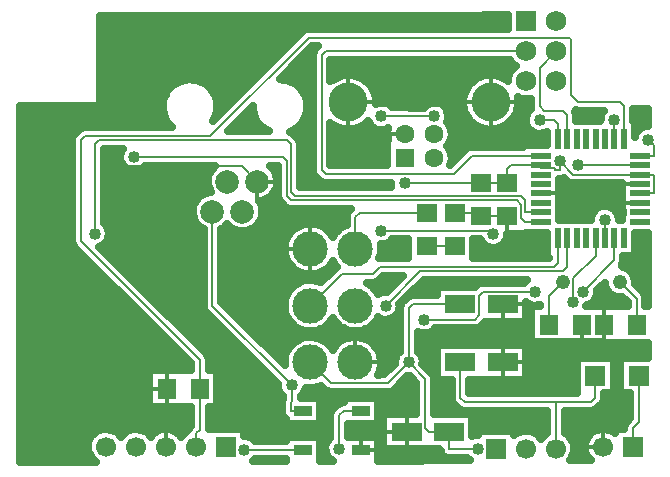
<source format=gbr>
G04 DipTrace 2.4.0.2*
%INTop.gbr*%
%MOIN*%
%ADD14C,0.006*%
%ADD15C,0.025*%
%ADD16C,0.013*%
%ADD19R,0.0669X0.0669*%
%ADD20C,0.0669*%
%ADD21R,0.063X0.0709*%
%ADD22R,0.0709X0.063*%
%ADD23R,0.1024X0.063*%
%ADD24R,0.0709X0.0661*%
%ADD26R,0.0689X0.0689*%
%ADD27C,0.0689*%
%ADD29C,0.1181*%
%ADD30C,0.0787*%
%ADD32R,0.0669X0.0197*%
%ADD33R,0.0197X0.0669*%
%ADD34R,0.0591X0.0354*%
%ADD35R,0.063X0.063*%
%ADD36C,0.063*%
%ADD37C,0.1299*%
%ADD38C,0.048*%
%ADD39C,0.04*%
%FSLAX44Y44*%
G04*
G70*
G90*
G75*
G01*
%LNTop*%
%LPD*%
X21828Y15775D2*
D14*
X22294D1*
X22433Y15636D1*
Y15132D1*
X19762Y4812D2*
X18812D1*
Y5375D1*
X15687Y11469D2*
Y12525D1*
X15826Y12664D1*
X18062D1*
X17336Y13664D2*
X19875D1*
X14187Y7687D2*
X14886Y6988D1*
X16765D1*
X17465Y7687D1*
Y9486D1*
X17604Y9625D1*
X19187D1*
X18812Y5375D2*
X18154D1*
X18015Y5513D1*
Y7136D1*
X17465Y7687D1*
X25189Y13950D2*
X25632D1*
Y13321D1*
X25189D1*
X22495Y14404D2*
X22949Y13950D1*
X25189D1*
X21882Y14265D2*
Y14174D1*
X22325D1*
Y14096D1*
X22495D1*
Y14404D1*
X20750Y13664D2*
Y14126D1*
X20889Y14265D1*
X21882D1*
X19875Y13664D2*
X20750D1*
X21375Y18062D2*
X14699D1*
X14560Y17923D1*
Y14112D1*
X14699Y13973D1*
X18969D1*
X19576Y14580D1*
X21882D1*
X22375Y18062D2*
X21828Y17515D1*
Y16223D1*
X21967Y16084D1*
X22609D1*
X22748Y15945D1*
Y15132D1*
X22948Y9710D2*
Y10498D1*
X23693Y11242D1*
Y11824D1*
X17991Y9116D2*
X19669D1*
X19808Y9255D1*
Y9909D1*
X19947Y10048D1*
X21677D1*
X20604Y9625D2*
Y7687D1*
X12424Y13717D2*
X11922Y14219D1*
X7812D1*
Y14650D1*
X25189Y13006D2*
X24353D1*
X24038Y13321D1*
X20604Y7687D2*
X21423D1*
X21562Y7826D1*
Y8474D1*
X23227D1*
X23960D1*
Y8937D1*
X19000Y12664D2*
X19875D1*
Y12562D1*
X20198Y16362D2*
X15458D1*
X9397Y6813D2*
Y6227D1*
X9750Y5875D1*
X9687D1*
X22487Y6812D2*
Y7687D1*
X22348Y7826D1*
X21562D1*
X23227Y8474D2*
Y8937D1*
X15866Y5317D2*
Y4763D1*
X17395Y5375D2*
Y5347D1*
X16500D1*
X16470Y5317D1*
X15866D1*
X24038Y13321D2*
X24353Y13635D1*
X25189D1*
X20750Y12562D2*
Y11912D1*
X20999Y11662D1*
X19875Y12562D2*
X20750D1*
X22495Y13351D2*
X23684D1*
X23714Y13321D1*
X24038D1*
X21882D2*
X22465D1*
X22495Y13351D1*
X22600Y10375D2*
X22125Y9900D1*
Y8937D1*
X25189Y14265D2*
X23113D1*
X24008Y11824D2*
Y12438D1*
X16556Y12083D2*
X20166D1*
X20281Y11968D1*
X18320Y15889D2*
X16556D1*
X14187Y9577D2*
X15238Y10628D1*
X16269D1*
X16504Y10862D1*
X22294D1*
X22433Y11001D1*
Y11824D1*
X23287Y10049D2*
X24323Y11085D1*
Y11824D1*
X24500Y10375D2*
X25062Y9812D1*
Y8937D1*
X25457Y15097D2*
X25632Y14921D1*
Y14580D1*
X25189D1*
X6999Y11976D2*
Y14959D1*
X7138Y15098D1*
X13405D1*
X13544Y14959D1*
Y13366D1*
X13683Y13227D1*
X21213D1*
X21352Y13088D1*
Y12691D1*
X21882D1*
X8312Y14528D2*
X13266D1*
X13405Y14389D1*
Y13227D1*
X13544Y13088D1*
X21074D1*
X21213Y12949D1*
Y12515D1*
X21352Y12376D1*
X21882D1*
X10375Y4875D2*
Y5318D1*
X10500Y5443D1*
Y6813D1*
Y7776D1*
X6551Y11725D1*
Y15098D1*
X6690Y15237D1*
X10857D1*
X14136Y18515D1*
X22816D1*
X22876Y18455D1*
Y16592D1*
X23094Y16374D1*
X24499D1*
X24638Y16235D1*
Y15132D1*
X16695Y9579D2*
X17840Y10723D1*
X22609D1*
X22748Y10862D1*
Y11824D1*
X15153Y4812D2*
Y5923D1*
X15292Y6062D1*
X15866D1*
X24323Y15132D2*
Y15775D1*
X11988Y4763D2*
X13937D1*
X22376Y4812D2*
Y6364D1*
X19326D1*
X19187Y6503D1*
Y7687D1*
X22376Y6364D2*
X23550D1*
X23689Y6503D1*
Y7250D1*
X13937Y6062D2*
X13533D1*
Y6347D1*
X13572Y6387D1*
Y6936D1*
X10924Y9584D1*
Y12717D1*
X19000Y11562D2*
X18062D1*
X24939Y4875D2*
Y5497D1*
X25137Y5696D1*
Y7250D1*
D39*
X21828Y15775D3*
X19762Y4812D3*
X17336Y13664D3*
X17465Y7687D3*
X22495Y14404D3*
X22948Y9710D3*
X21677Y10048D3*
X17991Y9116D3*
X7812Y14650D3*
X15866Y5317D3*
X20999Y11662D3*
X9687Y5875D3*
X22487Y6812D3*
X24038Y13321D3*
X22495Y13351D3*
X23113Y14265D3*
X24008Y12438D3*
X20281Y11968D3*
X16556Y12083D3*
Y15889D3*
X18320D3*
X23287Y10049D3*
X25457Y15097D3*
X6999Y11976D3*
X8312Y14528D3*
X16695Y9579D3*
X15153Y4812D3*
X24323Y15775D3*
X11988Y4763D3*
X13572Y6936D3*
X7214Y19003D2*
D15*
X20742D1*
X7214Y18754D2*
X13937D1*
X7214Y18505D2*
X13683D1*
X7214Y18257D2*
X13433D1*
X7214Y18008D2*
X13187D1*
X14069D2*
X14253D1*
X7214Y17759D2*
X12937D1*
X13823D2*
X14242D1*
X14882D2*
X20820D1*
X7214Y17511D2*
X12687D1*
X13573D2*
X14242D1*
X14882D2*
X20937D1*
X7214Y17262D2*
X12441D1*
X13323D2*
X14242D1*
X14882D2*
X15269D1*
X15647D2*
X20011D1*
X20385D2*
X20773D1*
X7214Y17013D2*
X9722D1*
X10628D2*
X12191D1*
X13628D2*
X14242D1*
X16124D2*
X19531D1*
X7214Y16765D2*
X9429D1*
X10917D2*
X11941D1*
X13917D2*
X14242D1*
X16303D2*
X19351D1*
X7214Y16516D2*
X9296D1*
X11053D2*
X11695D1*
X14053D2*
X14242D1*
X16385D2*
X19273D1*
X7151Y16267D2*
X9246D1*
X11100D2*
X11445D1*
X14100D2*
X14242D1*
X16850D2*
X18023D1*
X18616D2*
X19265D1*
X21132D2*
X21507D1*
X4524Y16018D2*
X9265D1*
X11081D2*
X11197D1*
X12081D2*
X12265D1*
X14081D2*
X14242D1*
X18792D2*
X19324D1*
X21069D2*
X21406D1*
X23057D2*
X23902D1*
X24956D2*
X25414D1*
X4524Y15770D2*
X9363D1*
X11831D2*
X12363D1*
X13987D2*
X14242D1*
X18796D2*
X19476D1*
X20921D2*
X21339D1*
X23069D2*
X23832D1*
X24956D2*
X25414D1*
X4524Y15521D2*
X6585D1*
X11585D2*
X12570D1*
X13776D2*
X14242D1*
X14882D2*
X15074D1*
X15843D2*
X16246D1*
X18878D2*
X19816D1*
X20581D2*
X21414D1*
X25026D2*
X25242D1*
X4524Y15272D2*
X6289D1*
X13675D2*
X14242D1*
X14882D2*
X16730D1*
X18925D2*
X22046D1*
X4524Y15024D2*
X6230D1*
X13858D2*
X14242D1*
X14882D2*
X16730D1*
X18858D2*
X22046D1*
X4524Y14775D2*
X6230D1*
X7319D2*
X7894D1*
X13866D2*
X14242D1*
X14882D2*
X16730D1*
X18858D2*
X19328D1*
X4524Y14526D2*
X6230D1*
X7319D2*
X7824D1*
X13866D2*
X14242D1*
X14882D2*
X16730D1*
X18925D2*
X19082D1*
X4524Y14278D2*
X6230D1*
X7319D2*
X7894D1*
X13866D2*
X14242D1*
X14882D2*
X16730D1*
X4524Y14029D2*
X6230D1*
X7319D2*
X10820D1*
X13866D2*
X14253D1*
X4524Y13780D2*
X6230D1*
X7319D2*
X10746D1*
X13866D2*
X14449D1*
X22507D2*
X22675D1*
X4524Y13532D2*
X6230D1*
X7319D2*
X10769D1*
X13866D2*
X16867D1*
X22507D2*
X24566D1*
X4524Y13283D2*
X6230D1*
X7319D2*
X10562D1*
X12944D2*
X13083D1*
X22507D2*
X24566D1*
X4524Y13034D2*
X6230D1*
X7319D2*
X10324D1*
X12526D2*
X13156D1*
X22507D2*
X24566D1*
X4524Y12786D2*
X6230D1*
X7319D2*
X10246D1*
X12604D2*
X15503D1*
X22507D2*
X23675D1*
X24343D2*
X24566D1*
X4524Y12537D2*
X6230D1*
X7319D2*
X10265D1*
X12581D2*
X15367D1*
X22507D2*
X23527D1*
X24487D2*
X24566D1*
X4524Y12288D2*
X6230D1*
X7370D2*
X10398D1*
X12448D2*
X13925D1*
X14448D2*
X15367D1*
X4524Y12039D2*
X6230D1*
X7483D2*
X10605D1*
X11245D2*
X13527D1*
X14846D2*
X15027D1*
X4524Y11791D2*
X6230D1*
X7452D2*
X10605D1*
X11245D2*
X13371D1*
X20737D2*
X22046D1*
X25026D2*
X25414D1*
X4524Y11542D2*
X6296D1*
X7190D2*
X10605D1*
X11245D2*
X13308D1*
X16565D2*
X17418D1*
X19643D2*
X20070D1*
X20491D2*
X22046D1*
X25026D2*
X25414D1*
X4524Y11293D2*
X6543D1*
X7425D2*
X10605D1*
X11245D2*
X13324D1*
X16550D2*
X17418D1*
X19643D2*
X22046D1*
X25026D2*
X25414D1*
X4524Y11045D2*
X6789D1*
X7675D2*
X10605D1*
X11245D2*
X13418D1*
X24639D2*
X25414D1*
X4524Y10796D2*
X7039D1*
X7921D2*
X10605D1*
X11245D2*
X13632D1*
X14745D2*
X14964D1*
X24803D2*
X25414D1*
X4524Y10547D2*
X7289D1*
X8171D2*
X10605D1*
X11245D2*
X14714D1*
X16632D2*
X17222D1*
X24999D2*
X25414D1*
X4524Y10299D2*
X7535D1*
X8421D2*
X10605D1*
X11245D2*
X13703D1*
X16175D2*
X16972D1*
X17858D2*
X19765D1*
X25022D2*
X25414D1*
X4524Y10050D2*
X7785D1*
X8667D2*
X10605D1*
X11245D2*
X13449D1*
X16425D2*
X16726D1*
X17608D2*
X18386D1*
X23776D2*
X24089D1*
X25264D2*
X25414D1*
X4524Y9801D2*
X8035D1*
X8917D2*
X10605D1*
X11245D2*
X13335D1*
X23706D2*
X24632D1*
X4524Y9553D2*
X8281D1*
X9167D2*
X10605D1*
X11397D2*
X13308D1*
X21405D2*
X21519D1*
X4524Y9304D2*
X8531D1*
X9413D2*
X10761D1*
X11647D2*
X13351D1*
X21405D2*
X21519D1*
X4524Y9055D2*
X8781D1*
X9663D2*
X11011D1*
X11893D2*
X13484D1*
X14889D2*
X14984D1*
X16389D2*
X17144D1*
X21405D2*
X21519D1*
X4524Y8807D2*
X9027D1*
X9913D2*
X11261D1*
X12143D2*
X13789D1*
X14585D2*
X15293D1*
X16081D2*
X17144D1*
X18362D2*
X21519D1*
X4524Y8558D2*
X9277D1*
X10159D2*
X11507D1*
X12393D2*
X17144D1*
X17784D2*
X21519D1*
X4524Y8309D2*
X9527D1*
X10409D2*
X11757D1*
X12639D2*
X13574D1*
X14800D2*
X15074D1*
X16300D2*
X17144D1*
X17784D2*
X25414D1*
X4524Y8060D2*
X9773D1*
X10659D2*
X12007D1*
X12889D2*
X13394D1*
X16483D2*
X17144D1*
X17784D2*
X18386D1*
X21405D2*
X25414D1*
X4524Y7812D2*
X10023D1*
X10819D2*
X12253D1*
X13139D2*
X13316D1*
X16557D2*
X16992D1*
X17936D2*
X18386D1*
X21405D2*
X23046D1*
X24335D2*
X24492D1*
X4524Y7563D2*
X10179D1*
X10819D2*
X12503D1*
X16557D2*
X16898D1*
X18030D2*
X18386D1*
X21405D2*
X23046D1*
X24335D2*
X24492D1*
X4524Y7314D2*
X8793D1*
X11104D2*
X12753D1*
X16479D2*
X16652D1*
X18276D2*
X18385D1*
X21405D2*
X23046D1*
X24335D2*
X24492D1*
X4524Y7066D2*
X8793D1*
X11104D2*
X13000D1*
X17284D2*
X17644D1*
X18335D2*
X18867D1*
X19507D2*
X23046D1*
X24335D2*
X24492D1*
X4524Y6817D2*
X8793D1*
X11104D2*
X13097D1*
X14046D2*
X14617D1*
X17038D2*
X17695D1*
X18335D2*
X18867D1*
X19507D2*
X23046D1*
X24335D2*
X24492D1*
X4524Y6568D2*
X8793D1*
X11104D2*
X13253D1*
X13893D2*
X17695D1*
X18335D2*
X18867D1*
X24010D2*
X24816D1*
X4524Y6320D2*
X8793D1*
X11104D2*
X13214D1*
X14522D2*
X15125D1*
X16452D2*
X17695D1*
X18335D2*
X18929D1*
X23944D2*
X24816D1*
X4524Y6071D2*
X10179D1*
X10819D2*
X13214D1*
X14522D2*
X14875D1*
X16452D2*
X17695D1*
X18335D2*
X19269D1*
X23604D2*
X24816D1*
X4524Y5822D2*
X10179D1*
X10819D2*
X13335D1*
X14522D2*
X14832D1*
X16452D2*
X16596D1*
X19612D2*
X22054D1*
X22694D2*
X24816D1*
X4524Y5574D2*
X10179D1*
X10819D2*
X14832D1*
X15471D2*
X16593D1*
X19612D2*
X22054D1*
X22694D2*
X24628D1*
X4524Y5325D2*
X6953D1*
X7796D2*
X7956D1*
X8796D2*
X8956D1*
X9796D2*
X9956D1*
X11999D2*
X14832D1*
X15471D2*
X16593D1*
X19612D2*
X19750D1*
X21714D2*
X22039D1*
X22714D2*
X23519D1*
X4524Y5076D2*
X6785D1*
X12358D2*
X13351D1*
X14522D2*
X14746D1*
X16452D2*
X16596D1*
X22940D2*
X23351D1*
X4524Y4828D2*
X6753D1*
X14522D2*
X14664D1*
X16452D2*
X16596D1*
X22999D2*
X23316D1*
X4524Y4579D2*
X6828D1*
X14522D2*
X14726D1*
X16452D2*
X18605D1*
X22952D2*
X23394D1*
X10795Y5474D2*
X11974D1*
Y5228D1*
X12047Y5224D1*
X12168Y5192D1*
X12275Y5129D1*
X12343Y5059D1*
X13375Y5058D1*
X13377Y5205D1*
X14497D1*
X14499Y4405D1*
X14925Y4406D1*
X14804Y4505D1*
X14735Y4609D1*
X14696Y4727D1*
X14690Y4851D1*
X14717Y4973D1*
X14775Y5083D1*
X14858Y5171D1*
Y5923D1*
X14886Y6047D1*
X14945Y6132D1*
X15084Y6271D1*
X15192Y6339D1*
X15292Y6357D1*
X15304D1*
X15306Y6504D1*
X16426D1*
Y5620D1*
X15446D1*
X15448Y5208D1*
X15556Y5205D1*
X16426D1*
Y4410D1*
X19508Y4424D1*
X19407Y4515D1*
X18812Y4517D1*
X18691Y4543D1*
X18591Y4617D1*
X18530Y4729D1*
X18521Y4762D1*
X18464Y4795D1*
X18035Y4799D1*
X18046Y4795D1*
X16618D1*
Y5954D1*
X17720D1*
X17718Y7016D1*
X17511Y7223D1*
X17418Y7227D1*
X16974Y6779D1*
X16866Y6711D1*
X16765Y6693D1*
X14886D1*
X14762Y6721D1*
X14678Y6779D1*
X14548Y6909D1*
X14403Y6859D1*
X14281Y6837D1*
X14156Y6832D1*
X14028Y6847D1*
X13972Y6698D1*
X13894Y6600D1*
X13866Y6580D1*
X13867Y6502D1*
X14497Y6504D1*
Y5620D1*
X13377D1*
Y5811D1*
X13312Y5867D1*
X13251Y5979D1*
X13238Y6062D1*
Y6347D1*
X13264Y6468D1*
X13277Y6512D1*
Y6578D1*
X13223Y6629D1*
X13154Y6732D1*
X13115Y6851D1*
X13110Y6979D1*
X10716Y9375D1*
X10648Y9483D1*
X10629Y9584D1*
Y12127D1*
X10497Y12216D1*
X10410Y12305D1*
X10341Y12410D1*
X10294Y12525D1*
X10269Y12648D1*
X10268Y12772D1*
X10290Y12895D1*
X10335Y13012D1*
X10402Y13117D1*
X10487Y13209D1*
X10587Y13282D1*
X10700Y13336D1*
X10864Y13370D1*
X10794Y13525D1*
X10769Y13648D1*
X10768Y13772D1*
X10790Y13895D1*
X10835Y14012D1*
X10902Y14117D1*
X11021Y14234D1*
X8669Y14233D1*
X8634Y14192D1*
X8533Y14119D1*
X8416Y14075D1*
X8292Y14063D1*
X8170Y14085D1*
X8057Y14139D1*
X7963Y14221D1*
X7894Y14324D1*
X7855Y14443D1*
X7849Y14567D1*
X7876Y14689D1*
X7937Y14802D1*
X7292Y14803D1*
X7294Y12459D1*
Y12338D1*
X7373Y12253D1*
X7433Y12144D1*
X7464Y11976D1*
X7448Y11853D1*
X7399Y11738D1*
X7321Y11641D1*
X7220Y11567D1*
X7151Y11541D1*
X10708Y7985D1*
X10776Y7877D1*
X10795Y7776D1*
Y7432D1*
X11080D1*
Y6193D1*
X10795Y6188D1*
Y5477D1*
X9874Y5202D2*
X9966Y5313D1*
X10090Y5400D1*
X10108Y5443D1*
X10205Y5566D1*
Y6193D1*
X9920Y6197D1*
X9902Y6193D1*
X8818D1*
Y7432D1*
X10205D1*
X10203Y7656D1*
X6343Y11516D1*
X6275Y11624D1*
X6256Y11725D1*
Y15098D1*
X6285Y15222D1*
X6343Y15307D1*
X6482Y15446D1*
X6590Y15514D1*
X6690Y15532D1*
X9585D1*
X9456Y15666D1*
X9387Y15770D1*
X9333Y15882D1*
X9295Y16001D1*
X9274Y16124D1*
X9270Y16249D1*
X9283Y16373D1*
X9313Y16495D1*
X9360Y16611D1*
X9422Y16719D1*
X9498Y16818D1*
X9587Y16905D1*
X9688Y16979D1*
X9798Y17039D1*
X9914Y17083D1*
X10036Y17111D1*
X10161Y17121D1*
X10285Y17114D1*
X10408Y17090D1*
X10526Y17050D1*
X10638Y16993D1*
X10740Y16922D1*
X10832Y16837D1*
X10911Y16741D1*
X10976Y16634D1*
X11026Y16520D1*
X11060Y16399D1*
X11079Y16216D1*
X11070Y16092D1*
X11044Y15970D1*
X11002Y15852D1*
X10942Y15738D1*
X13927Y18724D1*
X14035Y18792D1*
X14136Y18810D1*
X20765D1*
Y19253D1*
X19001Y19251D1*
X7187D1*
Y16376D1*
X7126Y16271D1*
X7062Y16251D1*
X4499D1*
Y4372D1*
X5874Y4379D1*
X7034Y4383D1*
X6978Y4425D1*
X6894Y4517D1*
X6830Y4624D1*
X6790Y4742D1*
X6775Y4866D1*
X6787Y4991D1*
X6823Y5110D1*
X6884Y5219D1*
X6966Y5313D1*
X7065Y5388D1*
X7178Y5441D1*
X7300Y5470D1*
X7424Y5472D1*
X7547Y5449D1*
X7662Y5401D1*
X7765Y5330D1*
X7851Y5240D1*
X7873Y5203D1*
X7966Y5313D1*
X8065Y5388D1*
X8178Y5441D1*
X8300Y5470D1*
X8424Y5472D1*
X8547Y5449D1*
X8662Y5401D1*
X8765Y5330D1*
X8851Y5240D1*
X8873Y5203D1*
X8948Y5296D1*
X9044Y5375D1*
X9155Y5433D1*
X9275Y5466D1*
X9399Y5474D1*
X9523Y5456D1*
X9640Y5413D1*
X9746Y5346D1*
X9835Y5259D1*
X9875Y5206D1*
X24607Y9556D2*
X24767Y9562D1*
X24765Y9692D1*
X24580Y9877D1*
X24418Y9876D1*
X24298Y9911D1*
X24191Y9975D1*
X24102Y10063D1*
X24038Y10169D1*
X24002Y10289D1*
X23999Y10347D1*
X23750Y10094D1*
X23735Y9925D1*
X23686Y9811D1*
X23609Y9713D1*
X23508Y9640D1*
X23402Y9600D1*
X23383Y9555D1*
X23807D1*
X24607Y9556D1*
X25443Y8318D2*
X24482Y8322D1*
X24465Y8318D1*
X21545D1*
Y9556D1*
X21829Y9562D1*
Y9613D1*
X21781Y9595D1*
X21657Y9584D1*
X21534Y9606D1*
X21422Y9659D1*
X21384Y9693D1*
X21381Y9404D1*
Y9045D1*
X20015D1*
X19877Y8908D1*
X19769Y8840D1*
X19669Y8821D1*
X18352D1*
X18313Y8781D1*
X18212Y8707D1*
X18095Y8663D1*
X17971Y8652D1*
X17849Y8674D1*
X17761Y8716D1*
X17760Y8044D1*
X17839Y7964D1*
X17899Y7854D1*
X17930Y7687D1*
X17924Y7645D1*
X18224Y7345D1*
X18292Y7237D1*
X18310Y7136D1*
Y5953D1*
X19589Y5954D1*
Y5247D1*
X19697Y5273D1*
X19779D1*
X19776Y5412D1*
X20975D1*
Y5260D1*
X21066Y5326D1*
X21179Y5379D1*
X21301Y5407D1*
X21425Y5410D1*
X21548Y5387D1*
X21663Y5339D1*
X21766Y5268D1*
X21852Y5177D1*
X21874Y5141D1*
X21967Y5251D1*
X22084Y5334D1*
X22081Y6066D1*
X20876Y6069D1*
X19326D1*
X19202Y6098D1*
X19117Y6156D1*
X18978Y6295D1*
X18910Y6403D1*
X18892Y6503D1*
Y7109D1*
X18410Y7107D1*
Y8267D1*
X19964Y8263D1*
X19953Y8267D1*
X21381D1*
Y7107D1*
X19483D1*
X19482Y6660D1*
X23067Y6659D1*
X23069Y7846D1*
X24308D1*
Y6654D1*
X23984D1*
Y6503D1*
X23955Y6379D1*
X23897Y6295D1*
X23758Y6156D1*
X23650Y6088D1*
X23550Y6069D1*
X22671D1*
Y5337D1*
X22766Y5268D1*
X22852Y5177D1*
X22917Y5071D1*
X22959Y4953D1*
X22975Y4812D1*
X22962Y4688D1*
X22924Y4570D1*
X22862Y4461D1*
X22833Y4429D1*
X23534Y4431D1*
X23443Y4537D1*
X23384Y4647D1*
X23349Y4767D1*
X23339Y4891D1*
X23356Y5015D1*
X23397Y5133D1*
X23463Y5239D1*
X23548Y5330D1*
X23651Y5401D1*
X23766Y5449D1*
X23888Y5472D1*
X24013Y5470D1*
X24135Y5442D1*
X24248Y5389D1*
X24340Y5320D1*
X24339Y5474D1*
X24640D1*
X24672Y5621D1*
X24730Y5706D1*
X24842Y5821D1*
Y6653D1*
X24518Y6654D1*
Y7846D1*
X25436D1*
X25439Y8316D1*
X21369Y12013D2*
Y11982D1*
X20745D1*
X20729Y11845D1*
X20680Y11730D1*
X20602Y11633D1*
X20502Y11559D1*
X20385Y11515D1*
X20261Y11504D1*
X20138Y11526D1*
X20026Y11579D1*
X19932Y11661D1*
X19854Y11791D1*
X19615Y11788D1*
X19619Y11392D1*
Y11154D1*
X19879Y11157D1*
X22140D1*
X22070Y11225D1*
Y12010D1*
X21368Y12012D1*
X17443Y11158D2*
Y11791D1*
X16912Y11788D1*
X16878Y11748D1*
X16777Y11674D1*
X16661Y11630D1*
X16525Y11621D1*
X16542Y11469D1*
X16533Y11344D1*
X16506Y11222D1*
X16480Y11153D1*
X16754Y11157D1*
X17445D1*
X21031Y17562D2*
X20989Y17590D1*
X20901Y17679D1*
X20843Y17767D1*
X14855D1*
Y17052D1*
X14995Y17151D1*
X15130Y17216D1*
X15274Y17258D1*
X15423Y17276D1*
X15573Y17269D1*
X15719Y17238D1*
X15859Y17184D1*
X15988Y17107D1*
X16102Y17011D1*
X16200Y16897D1*
X16277Y16769D1*
X16332Y16629D1*
X16364Y16483D1*
X16372Y16337D1*
X16371Y16315D1*
X16491Y16349D1*
X16615Y16350D1*
X16736Y16318D1*
X16843Y16255D1*
X16911Y16185D1*
X17959Y16184D1*
X18028Y16251D1*
X18134Y16315D1*
X18254Y16349D1*
X18379Y16350D1*
X18499Y16318D1*
X18607Y16255D1*
X18694Y16166D1*
X18754Y16056D1*
X18785Y15889D1*
X18768Y15765D1*
X18739Y15697D1*
X18839Y15554D1*
X18882Y15437D1*
X18900Y15295D1*
X18886Y15171D1*
X18847Y15053D1*
X18783Y14946D1*
X18743Y14903D1*
X18839Y14767D1*
X18882Y14650D1*
X18900Y14508D1*
X18886Y14384D1*
X18848Y14269D1*
X19367Y14789D1*
X19475Y14857D1*
X19576Y14875D1*
X21283D1*
X21282Y14944D1*
X22067D1*
X22070Y15380D1*
X21932Y15322D1*
X21808Y15310D1*
X21685Y15332D1*
X21573Y15386D1*
X21479Y15468D1*
X21410Y15571D1*
X21371Y15690D1*
X21365Y15814D1*
X21392Y15936D1*
X21450Y16046D1*
X21546Y16143D1*
X21533Y16223D1*
Y16477D1*
X21457Y16458D1*
X21332Y16454D1*
X21209Y16476D1*
X21097Y16520D1*
X21111Y16408D1*
X21107Y16262D1*
X21078Y16115D1*
X21026Y15975D1*
X20952Y15845D1*
X20857Y15729D1*
X20745Y15629D1*
X20618Y15550D1*
X20480Y15492D1*
X20334Y15458D1*
X20184Y15448D1*
X20035Y15462D1*
X19890Y15501D1*
X19754Y15563D1*
X19629Y15646D1*
X19520Y15748D1*
X19429Y15867D1*
X19358Y15999D1*
X19310Y16141D1*
X19286Y16289D1*
X19287Y16439D1*
X19311Y16587D1*
X19360Y16729D1*
X19431Y16860D1*
X19523Y16979D1*
X19632Y17081D1*
X19757Y17164D1*
X19894Y17225D1*
X20039Y17263D1*
X20188Y17277D1*
X20338Y17266D1*
X20483Y17231D1*
X20621Y17173D1*
X20748Y17093D1*
X20766Y17079D1*
X20771Y17147D1*
X20801Y17268D1*
X20855Y17381D1*
X20931Y17480D1*
X21029Y17563D1*
X16087Y10332D2*
X16234Y10236D1*
X16324Y10150D1*
X16400Y10051D1*
X16444Y9973D1*
X16510Y10005D1*
X16630Y10039D1*
X16743Y10040D1*
X17268Y10569D1*
X16624Y10565D1*
X16478Y10420D1*
X16370Y10352D1*
X16269Y10333D1*
X16094D1*
X14070Y16092D2*
X14044Y15970D1*
X14002Y15852D1*
X13944Y15742D1*
X13871Y15640D1*
X13785Y15549D1*
X13688Y15472D1*
X13580Y15408D1*
X13504Y15376D1*
X13574Y15340D1*
X13753Y15168D1*
X13821Y15060D1*
X13839Y14959D1*
Y13525D1*
X14808Y13522D1*
X16890D1*
X16874Y13676D1*
X14699Y13678D1*
X14575Y13707D1*
X14491Y13765D1*
X14352Y13904D1*
X14284Y14012D1*
X14265Y14112D1*
Y17923D1*
X14294Y18047D1*
X14352Y18132D1*
X14442Y18222D1*
X14256Y18218D1*
X13161Y17121D1*
X13285Y17114D1*
X13408Y17090D1*
X13526Y17050D1*
X13638Y16993D1*
X13740Y16922D1*
X13832Y16837D1*
X13911Y16741D1*
X13976Y16634D1*
X14026Y16520D1*
X14060Y16399D1*
X14079Y16216D1*
X14070Y16092D1*
X12806Y15392D2*
X12739Y15423D1*
X12634Y15491D1*
X12539Y15572D1*
X12456Y15666D1*
X12387Y15770D1*
X12333Y15882D1*
X12295Y16001D1*
X12274Y16124D1*
X12271Y16230D1*
X11430Y15393D1*
X12798D1*
X25441Y12012D2*
X25003D1*
X25001Y11225D1*
X24614D1*
X24618Y11085D1*
X24589Y10960D1*
X24564Y10914D1*
X24619Y10865D1*
X24736Y10821D1*
X24838Y10749D1*
X24919Y10655D1*
X24975Y10544D1*
X25004Y10375D1*
X24994Y10293D1*
X25271Y10021D1*
X25339Y9913D1*
X25357Y9812D1*
Y9556D1*
X25439Y9562D1*
Y12012D1*
X24589Y12422D2*
X24593Y12739D1*
X24589Y12792D1*
Y13656D1*
X22949Y13655D1*
X22825Y13684D1*
X22740Y13742D1*
X22644Y13839D1*
X22516Y13801D1*
X22485D1*
X22481Y13272D1*
Y12426D1*
X23111Y12424D1*
X23542D1*
X23545Y12477D1*
X23572Y12599D1*
X23630Y12709D1*
X23716Y12800D1*
X23822Y12864D1*
X23942Y12898D1*
X24067Y12899D1*
X24187Y12867D1*
X24295Y12804D1*
X24381Y12714D1*
X24442Y12605D1*
X24473Y12438D1*
X24471Y12426D1*
X24588Y12424D1*
X24589Y13054D1*
Y13654D1*
X24934Y15731D2*
X25001D1*
Y15188D1*
X25021Y15258D1*
X25079Y15368D1*
X25165Y15458D1*
X25271Y15523D1*
X25391Y15557D1*
X25439Y15562D1*
Y16126D1*
X24935D1*
X24933Y15731D1*
X23042D2*
X23741Y15727D1*
X23857Y15731D1*
X23859Y15814D1*
X23887Y15936D1*
X23945Y16046D1*
X23974Y16077D1*
X23090Y16079D1*
X23036Y16085D1*
X23024Y16045D1*
X23043Y15945D1*
Y15730D1*
X23426Y15727D1*
X23829Y15731D1*
X23769D1*
X22481Y13802D2*
X22477Y13587D1*
X22481Y13534D1*
Y12642D1*
Y12423D1*
X22796Y12420D1*
X23200Y12424D1*
X23426Y12420D1*
X23544Y12424D1*
X23454D1*
X13377Y4403D2*
Y4465D1*
X13378Y4401D1*
X13312Y4468D1*
X12347D1*
X12269Y4397D1*
X13374Y4401D1*
X16756Y14268D2*
Y15088D1*
X16791D1*
X16760Y15224D1*
X16758Y15348D1*
X16783Y15471D1*
X16788Y15486D1*
X16661Y15436D1*
X16537Y15424D1*
X16414Y15446D1*
X16301Y15500D1*
X16207Y15582D1*
X16138Y15686D1*
X16122Y15734D1*
X16005Y15629D1*
X15878Y15550D1*
X15740Y15492D1*
X15594Y15458D1*
X15444Y15448D1*
X15295Y15462D1*
X15150Y15501D1*
X15014Y15563D1*
X14889Y15646D1*
X14855Y15673D1*
Y14271D1*
X16758Y14268D1*
X17345Y9783D2*
X17395Y9833D1*
X17503Y9901D1*
X17604Y9920D1*
X18410D1*
Y10204D1*
X19687Y10206D1*
X19738Y10257D1*
X19846Y10325D1*
X19947Y10343D1*
X21318D1*
X21414Y10428D1*
X17960Y10426D1*
X17156Y9623D1*
X17198Y9610D1*
X17160Y9579D1*
X17143Y9455D1*
X17095Y9341D1*
X17017Y9243D1*
X16916Y9170D1*
X16800Y9126D1*
X16676Y9114D1*
X16553Y9136D1*
X16444Y9188D1*
X16400Y9107D1*
X16324Y9008D1*
X16234Y8921D1*
X16133Y8849D1*
X16022Y8791D1*
X15903Y8751D1*
X15781Y8728D1*
X15656Y8724D1*
X15532Y8737D1*
X15411Y8769D1*
X15296Y8818D1*
X15189Y8883D1*
X15093Y8963D1*
X15010Y9056D1*
X14939Y9164D1*
X14824Y9006D1*
X14734Y8919D1*
X14633Y8847D1*
X14522Y8789D1*
X14403Y8749D1*
X14281Y8726D1*
X14156Y8722D1*
X14032Y8736D1*
X13911Y8767D1*
X13796Y8816D1*
X13689Y8881D1*
X13593Y8961D1*
X13510Y9054D1*
X13441Y9158D1*
X13388Y9271D1*
X13352Y9391D1*
X13334Y9514D1*
Y9639D1*
X13352Y9763D1*
X13388Y9882D1*
X13441Y9995D1*
X13510Y10100D1*
X13593Y10193D1*
X13689Y10272D1*
X13796Y10338D1*
X13911Y10386D1*
X14032Y10418D1*
X14156Y10432D1*
X14280Y10427D1*
X14403Y10404D1*
X14546Y10352D1*
X15072Y10872D1*
X15010Y10946D1*
X14939Y11053D1*
X14841Y10915D1*
X14734Y10809D1*
X14611Y10724D1*
X14475Y10661D1*
X14330Y10623D1*
X14181Y10611D1*
X14032Y10625D1*
X13887Y10665D1*
X13752Y10730D1*
X13630Y10817D1*
X13525Y10924D1*
X13441Y11048D1*
X13379Y11184D1*
X13343Y11330D1*
X13332Y11479D1*
X13347Y11628D1*
X13388Y11772D1*
X13454Y11907D1*
X13542Y12028D1*
X13649Y12132D1*
X13774Y12216D1*
X13911Y12276D1*
X14056Y12312D1*
X14206Y12322D1*
X14355Y12305D1*
X14498Y12263D1*
X14633Y12197D1*
X14753Y12108D1*
X14856Y11999D1*
X14936Y11879D1*
X15010Y11991D1*
X15093Y12084D1*
X15189Y12164D1*
X15296Y12229D1*
X15393Y12270D1*
X15392Y12525D1*
X15420Y12650D1*
X15478Y12734D1*
X15536Y12792D1*
X13544Y12793D1*
X13420Y12822D1*
X13336Y12880D1*
X13197Y13019D1*
X13129Y13127D1*
X13110Y13227D1*
Y14231D1*
X12837Y14230D1*
X12927Y14143D1*
X12998Y14040D1*
X13049Y13926D1*
X13077Y13805D1*
X13081Y13667D1*
X13060Y13544D1*
X13016Y13427D1*
X12950Y13320D1*
X12866Y13228D1*
X12766Y13154D1*
X12654Y13099D1*
X12533Y13067D1*
X12486Y13061D1*
X12531Y12973D1*
X12568Y12854D1*
X12583Y12717D1*
X12571Y12592D1*
X12536Y12472D1*
X12479Y12361D1*
X12402Y12263D1*
X12308Y12181D1*
X12200Y12118D1*
X12082Y12077D1*
X11959Y12059D1*
X11834Y12064D1*
X11713Y12093D1*
X11599Y12144D1*
X11497Y12216D1*
X11423Y12291D1*
X11308Y12181D1*
X11217Y12128D1*
X11219Y10842D1*
X11221Y9704D1*
X13340Y7586D1*
X13334Y7749D1*
X13352Y7873D1*
X13388Y7993D1*
X13441Y8106D1*
X13510Y8210D1*
X13593Y8303D1*
X13689Y8383D1*
X13796Y8448D1*
X13911Y8497D1*
X14032Y8528D1*
X14156Y8542D1*
X14280Y8537D1*
X14403Y8515D1*
X14522Y8474D1*
X14633Y8417D1*
X14734Y8345D1*
X14824Y8258D1*
X14900Y8159D1*
X14937Y8094D1*
X14980Y8171D1*
X15075Y8287D1*
X15189Y8385D1*
X15318Y8461D1*
X15458Y8513D1*
X15606Y8541D1*
X15756Y8542D1*
X15903Y8517D1*
X16044Y8466D1*
X16174Y8392D1*
X16290Y8296D1*
X16386Y8182D1*
X16462Y8052D1*
X16513Y7911D1*
X16539Y7764D1*
Y7614D1*
X16513Y7467D1*
X16462Y7326D1*
X16439Y7282D1*
X16645Y7285D1*
X17001Y7641D1*
X17002Y7726D1*
X17029Y7848D1*
X17087Y7958D1*
X17170Y8046D1*
Y9486D1*
X17196Y9607D1*
X9375Y5474D2*
D16*
Y4875D1*
X23960Y9556D2*
Y8318D1*
X23227Y8937D2*
Y8318D1*
X20750Y12562D2*
Y11983D1*
X17395Y5954D2*
Y4795D1*
X16618Y5375D2*
X17395D1*
X20604Y9625D2*
Y9045D1*
Y9625D2*
X21381D1*
X20604Y8266D2*
Y7108D1*
Y7687D2*
X21381D1*
X14187Y12322D2*
Y10612D1*
X13332Y11467D2*
X14187D1*
X15687Y8544D2*
Y7689D1*
X16542D1*
X23939Y5474D2*
Y4875D1*
X23340D2*
X23939D1*
X9397Y7431D2*
Y6194D1*
X8818Y6813D2*
X9397D1*
X12424Y13717D2*
Y13058D1*
Y13717D2*
X13082D1*
X24590Y13006D2*
X25189D1*
X24590Y13635D2*
X25189D1*
X21882Y13321D2*
X22481D1*
X15866Y5204D2*
Y4763D1*
X16426D1*
X16756Y15295D2*
X17336D1*
X20198Y17276D2*
Y15448D1*
X19284Y16362D2*
X21112D1*
X15458Y17276D2*
Y15448D1*
Y16362D2*
X16372D1*
D19*
X11375Y4875D3*
D20*
X10375D3*
X9375D3*
X8375D3*
X7375D3*
D21*
X25062Y8937D3*
X23960D3*
X22125D3*
X23227D3*
D22*
X20750Y12562D3*
Y13664D3*
D23*
X18812Y5375D3*
X17395D3*
D22*
X19875Y12562D3*
Y13664D3*
D23*
X19187Y9625D3*
X20604D3*
X19187Y7687D3*
X20604D3*
D24*
X23689Y7250D3*
X25137D3*
D22*
X18062Y11562D3*
Y12664D3*
D26*
X21375Y19062D3*
D27*
Y18062D3*
Y17062D3*
X22375D3*
Y18062D3*
Y19062D3*
D29*
X14187Y7687D3*
Y9577D3*
Y11467D3*
X15687Y11469D3*
Y9579D3*
Y7689D3*
D19*
X24939Y4875D3*
D20*
X23939D3*
D19*
X20376Y4812D3*
D20*
X21376D3*
X22376D3*
D21*
X10500Y6813D3*
X9397D3*
D22*
X19000Y11562D3*
Y12664D3*
D30*
X12424Y13717D3*
X11924Y12717D3*
X11424Y13717D3*
X10924Y12717D3*
D32*
X25189Y12376D3*
Y12691D3*
Y13006D3*
Y13321D3*
Y13635D3*
Y13950D3*
Y14265D3*
Y14580D3*
D33*
X24638Y15132D3*
X24323D3*
X24008D3*
X23693D3*
X23378D3*
X23063D3*
X22748D3*
X22433D3*
D32*
X21882Y14580D3*
Y14265D3*
Y13950D3*
Y13635D3*
Y13321D3*
Y13006D3*
Y12691D3*
Y12376D3*
D33*
X22433Y11824D3*
X22748D3*
X23063D3*
X23378D3*
X23693D3*
X24008D3*
X24323D3*
X24638D3*
D34*
X13937Y6062D3*
Y4763D3*
X15866D3*
Y6062D3*
D35*
X17336Y14508D3*
D36*
X18320D3*
Y15295D3*
X17336D3*
D37*
X20198Y16362D3*
X15458D3*
D38*
X24500Y10375D3*
X22600D3*
M02*

</source>
